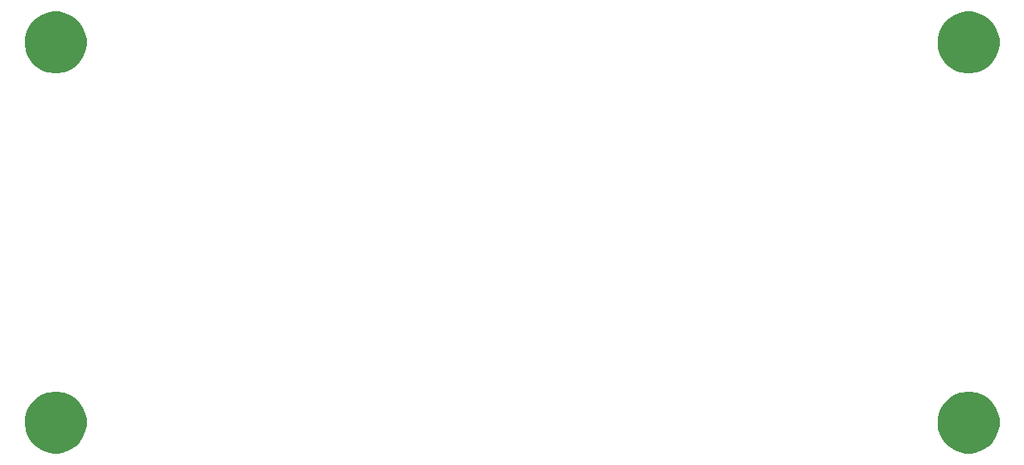
<source format=gts>
G04 #@! TF.GenerationSoftware,KiCad,Pcbnew,5.1.5+dfsg1-2build2*
G04 #@! TF.CreationDate,2021-12-11T21:30:26+01:00*
G04 #@! TF.ProjectId,blind_tc,626c696e-645f-4746-932e-6b696361645f,rev?*
G04 #@! TF.SameCoordinates,Original*
G04 #@! TF.FileFunction,Soldermask,Top*
G04 #@! TF.FilePolarity,Negative*
%FSLAX46Y46*%
G04 Gerber Fmt 4.6, Leading zero omitted, Abs format (unit mm)*
G04 Created by KiCad (PCBNEW 5.1.5+dfsg1-2build2) date 2021-12-11 21:30:26*
%MOMM*%
%LPD*%
G04 APERTURE LIST*
%ADD10C,0.100000*%
G04 APERTURE END LIST*
D10*
G36*
X55634239Y-91811467D02*
G01*
X55948282Y-91873934D01*
X56539926Y-92119001D01*
X57072392Y-92474784D01*
X57525216Y-92927608D01*
X57880999Y-93460074D01*
X58126066Y-94051718D01*
X58126066Y-94051719D01*
X58251000Y-94679803D01*
X58251000Y-95320197D01*
X58188533Y-95634239D01*
X58126066Y-95948282D01*
X57880999Y-96539926D01*
X57525216Y-97072392D01*
X57072392Y-97525216D01*
X56539926Y-97880999D01*
X55948282Y-98126066D01*
X55634239Y-98188533D01*
X55320197Y-98251000D01*
X54679803Y-98251000D01*
X54365761Y-98188533D01*
X54051718Y-98126066D01*
X53460074Y-97880999D01*
X52927608Y-97525216D01*
X52474784Y-97072392D01*
X52119001Y-96539926D01*
X51873934Y-95948282D01*
X51811467Y-95634239D01*
X51749000Y-95320197D01*
X51749000Y-94679803D01*
X51873934Y-94051719D01*
X51873934Y-94051718D01*
X52119001Y-93460074D01*
X52474784Y-92927608D01*
X52927608Y-92474784D01*
X53460074Y-92119001D01*
X54051718Y-91873934D01*
X54365761Y-91811467D01*
X54679803Y-91749000D01*
X55320197Y-91749000D01*
X55634239Y-91811467D01*
G37*
G36*
X151634239Y-91811467D02*
G01*
X151948282Y-91873934D01*
X152539926Y-92119001D01*
X153072392Y-92474784D01*
X153525216Y-92927608D01*
X153880999Y-93460074D01*
X154126066Y-94051718D01*
X154126066Y-94051719D01*
X154251000Y-94679803D01*
X154251000Y-95320197D01*
X154188533Y-95634239D01*
X154126066Y-95948282D01*
X153880999Y-96539926D01*
X153525216Y-97072392D01*
X153072392Y-97525216D01*
X152539926Y-97880999D01*
X151948282Y-98126066D01*
X151634239Y-98188533D01*
X151320197Y-98251000D01*
X150679803Y-98251000D01*
X150365761Y-98188533D01*
X150051718Y-98126066D01*
X149460074Y-97880999D01*
X148927608Y-97525216D01*
X148474784Y-97072392D01*
X148119001Y-96539926D01*
X147873934Y-95948282D01*
X147811467Y-95634239D01*
X147749000Y-95320197D01*
X147749000Y-94679803D01*
X147873934Y-94051719D01*
X147873934Y-94051718D01*
X148119001Y-93460074D01*
X148474784Y-92927608D01*
X148927608Y-92474784D01*
X149460074Y-92119001D01*
X150051718Y-91873934D01*
X150365761Y-91811467D01*
X150679803Y-91749000D01*
X151320197Y-91749000D01*
X151634239Y-91811467D01*
G37*
G36*
X55634239Y-51811467D02*
G01*
X55948282Y-51873934D01*
X56539926Y-52119001D01*
X57072392Y-52474784D01*
X57525216Y-52927608D01*
X57880999Y-53460074D01*
X58126066Y-54051718D01*
X58126066Y-54051719D01*
X58251000Y-54679803D01*
X58251000Y-55320197D01*
X58188533Y-55634239D01*
X58126066Y-55948282D01*
X57880999Y-56539926D01*
X57525216Y-57072392D01*
X57072392Y-57525216D01*
X56539926Y-57880999D01*
X55948282Y-58126066D01*
X55634239Y-58188533D01*
X55320197Y-58251000D01*
X54679803Y-58251000D01*
X54365761Y-58188533D01*
X54051718Y-58126066D01*
X53460074Y-57880999D01*
X52927608Y-57525216D01*
X52474784Y-57072392D01*
X52119001Y-56539926D01*
X51873934Y-55948282D01*
X51811467Y-55634239D01*
X51749000Y-55320197D01*
X51749000Y-54679803D01*
X51873934Y-54051719D01*
X51873934Y-54051718D01*
X52119001Y-53460074D01*
X52474784Y-52927608D01*
X52927608Y-52474784D01*
X53460074Y-52119001D01*
X54051718Y-51873934D01*
X54365761Y-51811467D01*
X54679803Y-51749000D01*
X55320197Y-51749000D01*
X55634239Y-51811467D01*
G37*
G36*
X151634239Y-51811467D02*
G01*
X151948282Y-51873934D01*
X152539926Y-52119001D01*
X153072392Y-52474784D01*
X153525216Y-52927608D01*
X153880999Y-53460074D01*
X154126066Y-54051718D01*
X154126066Y-54051719D01*
X154251000Y-54679803D01*
X154251000Y-55320197D01*
X154188533Y-55634239D01*
X154126066Y-55948282D01*
X153880999Y-56539926D01*
X153525216Y-57072392D01*
X153072392Y-57525216D01*
X152539926Y-57880999D01*
X151948282Y-58126066D01*
X151634239Y-58188533D01*
X151320197Y-58251000D01*
X150679803Y-58251000D01*
X150365761Y-58188533D01*
X150051718Y-58126066D01*
X149460074Y-57880999D01*
X148927608Y-57525216D01*
X148474784Y-57072392D01*
X148119001Y-56539926D01*
X147873934Y-55948282D01*
X147811467Y-55634239D01*
X147749000Y-55320197D01*
X147749000Y-54679803D01*
X147873934Y-54051719D01*
X147873934Y-54051718D01*
X148119001Y-53460074D01*
X148474784Y-52927608D01*
X148927608Y-52474784D01*
X149460074Y-52119001D01*
X150051718Y-51873934D01*
X150365761Y-51811467D01*
X150679803Y-51749000D01*
X151320197Y-51749000D01*
X151634239Y-51811467D01*
G37*
M02*

</source>
